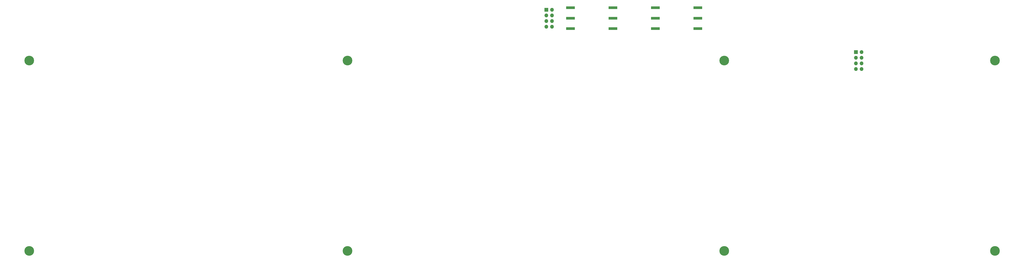
<source format=gbr>
%TF.GenerationSoftware,KiCad,Pcbnew,(6.0.0)*%
%TF.CreationDate,2022-04-30T21:56:39-04:00*%
%TF.ProjectId,SweetBusinessRGBCore,53776565-7442-4757-9369-6e6573735247,rev?*%
%TF.SameCoordinates,Original*%
%TF.FileFunction,Soldermask,Bot*%
%TF.FilePolarity,Negative*%
%FSLAX46Y46*%
G04 Gerber Fmt 4.6, Leading zero omitted, Abs format (unit mm)*
G04 Created by KiCad (PCBNEW (6.0.0)) date 2022-04-30 21:56:39*
%MOMM*%
%LPD*%
G01*
G04 APERTURE LIST*
%ADD10C,4.350000*%
%ADD11R,4.000000X1.300000*%
%ADD12R,1.700000X1.700000*%
%ADD13O,1.700000X1.700000*%
G04 APERTURE END LIST*
D10*
%TO.C,H8*%
X500062500Y-241300000D03*
%TD*%
D11*
%TO.C,T1*%
X309562500Y-141225000D03*
X309562500Y-136525000D03*
X309562500Y-131825000D03*
%TD*%
D10*
%TO.C,H2*%
X209550000Y-155575000D03*
%TD*%
D11*
%TO.C,T2*%
X328612500Y-141225000D03*
X328612500Y-136525000D03*
X328612500Y-131825000D03*
%TD*%
D10*
%TO.C,H7*%
X378618750Y-241300000D03*
%TD*%
D12*
%TO.C,J2*%
X298762500Y-132725000D03*
D13*
X301302500Y-132725000D03*
X298762500Y-135265000D03*
X301302500Y-135265000D03*
X298762500Y-137805000D03*
X301302500Y-137805000D03*
X298762500Y-140345000D03*
X301302500Y-140345000D03*
%TD*%
D10*
%TO.C,H5*%
X66675000Y-241300000D03*
%TD*%
D11*
%TO.C,T4*%
X366712500Y-141225000D03*
X366712500Y-136525000D03*
X366712500Y-131825000D03*
%TD*%
D12*
%TO.C,J1*%
X437668750Y-151775000D03*
D13*
X440208750Y-151775000D03*
X437668750Y-154315000D03*
X440208750Y-154315000D03*
X437668750Y-156855000D03*
X440208750Y-156855000D03*
X437668750Y-159395000D03*
X440208750Y-159395000D03*
%TD*%
D10*
%TO.C,H1*%
X66675000Y-155575000D03*
%TD*%
%TO.C,H3*%
X378618750Y-155575000D03*
%TD*%
%TO.C,H4*%
X500062500Y-155575000D03*
%TD*%
D11*
%TO.C,T3*%
X347662500Y-141225000D03*
X347662500Y-136525000D03*
X347662500Y-131825000D03*
%TD*%
D10*
%TO.C,H6*%
X209550000Y-241300000D03*
%TD*%
M02*

</source>
